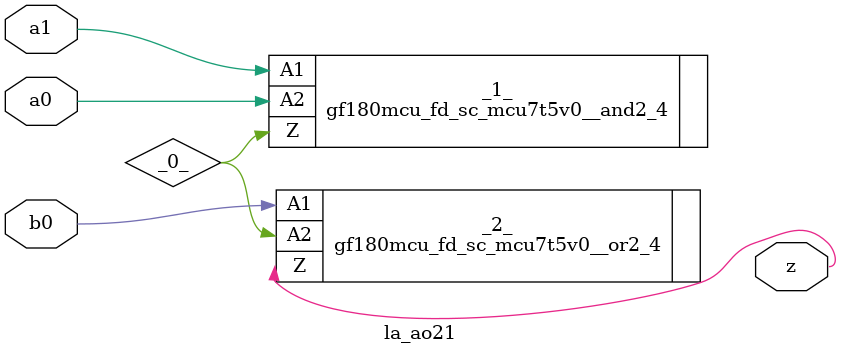
<source format=v>

/* Generated by Yosys 0.44 (git sha1 80ba43d26, g++ 11.4.0-1ubuntu1~22.04 -fPIC -O3) */

(* top =  1  *)
(* src = "generated" *)
module la_ao21 (
    a0,
    a1,
    b0,
    z
);
  wire _0_;
  (* src = "generated" *)
  input a0;
  wire a0;
  (* src = "generated" *)
  input a1;
  wire a1;
  (* src = "generated" *)
  input b0;
  wire b0;
  (* src = "generated" *)
  output z;
  wire z;
  gf180mcu_fd_sc_mcu7t5v0__and2_4 _1_ (
      .A1(a1),
      .A2(a0),
      .Z (_0_)
  );
  gf180mcu_fd_sc_mcu7t5v0__or2_4 _2_ (
      .A1(b0),
      .A2(_0_),
      .Z (z)
  );
endmodule

</source>
